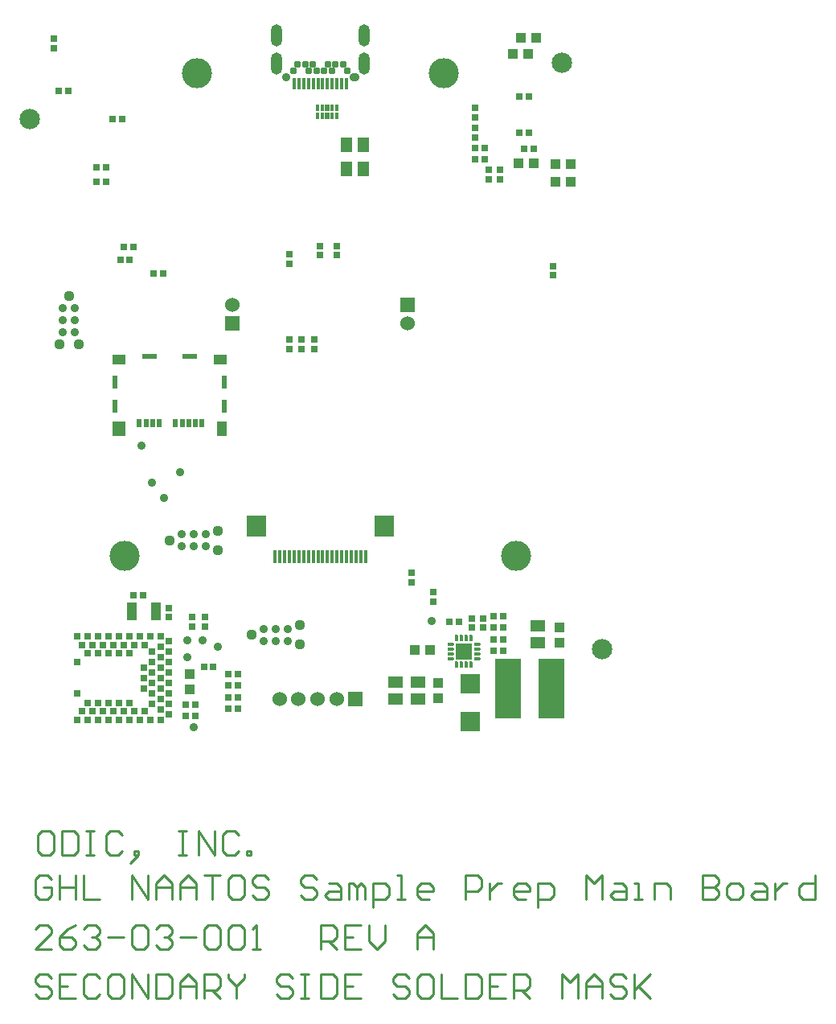
<source format=gbs>
G04*
G04 #@! TF.GenerationSoftware,Altium Limited,Altium Designer,24.9.1 (31)*
G04*
G04 Layer_Color=16711935*
%FSLAX44Y44*%
%MOMM*%
G71*
G04*
G04 #@! TF.SameCoordinates,6C7A866E-41A3-4D12-9BD4-ECE58917465C*
G04*
G04*
G04 #@! TF.FilePolarity,Negative*
G04*
G01*
G75*
%ADD18C,0.2540*%
%ADD69R,0.7270X0.7270*%
%ADD70R,0.7270X0.7270*%
%ADD79R,1.1270X1.0770*%
%ADD92R,1.0770X1.1270*%
%ADD98R,1.5770X1.2770*%
%ADD116C,2.1430*%
%ADD117C,1.1176*%
%ADD118O,1.2270X2.3270*%
%ADD119C,0.7770*%
%ADD120O,1.0770X0.8770*%
%ADD121C,0.8770*%
%ADD122C,1.5240*%
%ADD123R,1.5240X1.5240*%
%ADD124R,1.5240X1.5240*%
%ADD125C,3.1750*%
%ADD172C,0.8890*%
%ADD173R,1.2770X1.5770*%
%ADD174R,0.4270X1.2270*%
%ADD175C,0.9144*%
%ADD176R,1.4270X1.5270*%
%ADD177R,0.5270X1.3270*%
%ADD178R,1.0770X1.5270*%
%ADD179R,0.5770X0.8270*%
%ADD180R,1.4270X1.1270*%
%ADD181R,1.5270X0.5270*%
%ADD182R,2.8270X6.3270*%
%ADD183R,2.1336X2.1336*%
%ADD184R,0.6350X0.6350*%
%ADD185R,0.6350X0.6350*%
%ADD186R,1.1270X1.9270*%
%ADD187R,1.7870X1.7870*%
G04:AMPARAMS|DCode=188|XSize=0.727mm|YSize=0.367mm|CornerRadius=0.1235mm|HoleSize=0mm|Usage=FLASHONLY|Rotation=270.000|XOffset=0mm|YOffset=0mm|HoleType=Round|Shape=RoundedRectangle|*
%AMROUNDEDRECTD188*
21,1,0.7270,0.1200,0,0,270.0*
21,1,0.4800,0.3670,0,0,270.0*
1,1,0.2470,-0.0600,-0.2400*
1,1,0.2470,-0.0600,0.2400*
1,1,0.2470,0.0600,0.2400*
1,1,0.2470,0.0600,-0.2400*
%
%ADD188ROUNDEDRECTD188*%
G04:AMPARAMS|DCode=189|XSize=0.727mm|YSize=0.367mm|CornerRadius=0.1235mm|HoleSize=0mm|Usage=FLASHONLY|Rotation=0.000|XOffset=0mm|YOffset=0mm|HoleType=Round|Shape=RoundedRectangle|*
%AMROUNDEDRECTD189*
21,1,0.7270,0.1200,0,0,0.0*
21,1,0.4800,0.3670,0,0,0.0*
1,1,0.2470,0.2400,-0.0600*
1,1,0.2470,-0.2400,-0.0600*
1,1,0.2470,-0.2400,0.0600*
1,1,0.2470,0.2400,0.0600*
%
%ADD189ROUNDEDRECTD189*%
%ADD190R,0.3270X0.6770*%
%ADD191R,0.5270X0.6770*%
%ADD192R,2.1270X2.3270*%
%ADD193R,0.3770X1.4270*%
D18*
X42752Y-234021D02*
X38520Y-229788D01*
X30056D01*
X25824Y-234021D01*
Y-238253D01*
X30056Y-242484D01*
X38520D01*
X42752Y-246716D01*
Y-250948D01*
X38520Y-255180D01*
X30056D01*
X25824Y-250948D01*
X68144Y-229788D02*
X51216D01*
Y-255180D01*
X68144D01*
X51216Y-242484D02*
X59680D01*
X93536Y-234021D02*
X89304Y-229788D01*
X80840D01*
X76608Y-234021D01*
Y-250948D01*
X80840Y-255180D01*
X89304D01*
X93536Y-250948D01*
X114696Y-229788D02*
X106232D01*
X102000Y-234021D01*
Y-250948D01*
X106232Y-255180D01*
X114696D01*
X118927Y-250948D01*
Y-234021D01*
X114696Y-229788D01*
X127391Y-255180D02*
Y-229788D01*
X144319Y-255180D01*
Y-229788D01*
X152783D02*
Y-255180D01*
X165479D01*
X169711Y-250948D01*
Y-234021D01*
X165479Y-229788D01*
X152783D01*
X178175Y-255180D02*
Y-238253D01*
X186639Y-229788D01*
X195103Y-238253D01*
Y-255180D01*
Y-242484D01*
X178175D01*
X203567Y-255180D02*
Y-229788D01*
X216263D01*
X220495Y-234021D01*
Y-242484D01*
X216263Y-246716D01*
X203567D01*
X212031D02*
X220495Y-255180D01*
X228959Y-229788D02*
Y-234021D01*
X237423Y-242484D01*
X245886Y-234021D01*
Y-229788D01*
X237423Y-242484D02*
Y-255180D01*
X296670Y-234021D02*
X292438Y-229788D01*
X283974D01*
X279742Y-234021D01*
Y-238253D01*
X283974Y-242484D01*
X292438D01*
X296670Y-246716D01*
Y-250948D01*
X292438Y-255180D01*
X283974D01*
X279742Y-250948D01*
X305134Y-229788D02*
X313598D01*
X309366D01*
Y-255180D01*
X305134D01*
X313598D01*
X326294Y-229788D02*
Y-255180D01*
X338990D01*
X343222Y-250948D01*
Y-234021D01*
X338990Y-229788D01*
X326294D01*
X368613D02*
X351686D01*
Y-255180D01*
X368613D01*
X351686Y-242484D02*
X360149D01*
X419397Y-234021D02*
X415165Y-229788D01*
X406701D01*
X402469Y-234021D01*
Y-238253D01*
X406701Y-242484D01*
X415165D01*
X419397Y-246716D01*
Y-250948D01*
X415165Y-255180D01*
X406701D01*
X402469Y-250948D01*
X440557Y-229788D02*
X432093D01*
X427861Y-234021D01*
Y-250948D01*
X432093Y-255180D01*
X440557D01*
X444789Y-250948D01*
Y-234021D01*
X440557Y-229788D01*
X453253D02*
Y-255180D01*
X470181D01*
X478645Y-229788D02*
Y-255180D01*
X491340D01*
X495572Y-250948D01*
Y-234021D01*
X491340Y-229788D01*
X478645D01*
X520964D02*
X504036D01*
Y-255180D01*
X520964D01*
X504036Y-242484D02*
X512500D01*
X529428Y-255180D02*
Y-229788D01*
X542124D01*
X546356Y-234021D01*
Y-242484D01*
X542124Y-246716D01*
X529428D01*
X537892D02*
X546356Y-255180D01*
X580212D02*
Y-229788D01*
X588676Y-238253D01*
X597140Y-229788D01*
Y-255180D01*
X605603D02*
Y-238253D01*
X614067Y-229788D01*
X622531Y-238253D01*
Y-255180D01*
Y-242484D01*
X605603D01*
X647923Y-234021D02*
X643691Y-229788D01*
X635227D01*
X630995Y-234021D01*
Y-238253D01*
X635227Y-242484D01*
X643691D01*
X647923Y-246716D01*
Y-250948D01*
X643691Y-255180D01*
X635227D01*
X630995Y-250948D01*
X656387Y-229788D02*
Y-255180D01*
Y-246716D01*
X673315Y-229788D01*
X660619Y-242484D01*
X673315Y-255180D01*
X40860Y-78511D02*
X32396D01*
X28164Y-82743D01*
Y-99670D01*
X32396Y-103902D01*
X40860D01*
X45092Y-99670D01*
Y-82743D01*
X40860Y-78511D01*
X53556D02*
Y-103902D01*
X66252D01*
X70484Y-99670D01*
Y-82743D01*
X66252Y-78511D01*
X53556D01*
X78948D02*
X87412D01*
X83180D01*
Y-103902D01*
X78948D01*
X87412D01*
X117036Y-82743D02*
X112803Y-78511D01*
X104340D01*
X100108Y-82743D01*
Y-99670D01*
X104340Y-103902D01*
X112803D01*
X117036Y-99670D01*
X129731Y-108134D02*
X133963Y-103902D01*
Y-99670D01*
X129731D01*
Y-103902D01*
X133963D01*
X129731Y-108134D01*
X125499Y-112366D01*
X176283Y-78511D02*
X184747D01*
X180515D01*
Y-103902D01*
X176283D01*
X184747D01*
X197443D02*
Y-78511D01*
X214371Y-103902D01*
Y-78511D01*
X239762Y-82743D02*
X235530Y-78511D01*
X227067D01*
X222835Y-82743D01*
Y-99670D01*
X227067Y-103902D01*
X235530D01*
X239762Y-99670D01*
X248226Y-103902D02*
Y-99670D01*
X252458D01*
Y-103902D01*
X248226D01*
X42345Y-129868D02*
X38114Y-125636D01*
X29650D01*
X25418Y-129868D01*
Y-146796D01*
X29650Y-151028D01*
X38114D01*
X42345Y-146796D01*
Y-138332D01*
X33882D01*
X50809Y-125636D02*
Y-151028D01*
Y-138332D01*
X67737D01*
Y-125636D01*
Y-151028D01*
X76201Y-125636D02*
Y-151028D01*
X93129D01*
X126985D02*
Y-125636D01*
X143913Y-151028D01*
Y-125636D01*
X152377Y-151028D02*
Y-134100D01*
X160841Y-125636D01*
X169305Y-134100D01*
Y-151028D01*
Y-138332D01*
X152377D01*
X177768Y-151028D02*
Y-134100D01*
X186232Y-125636D01*
X194696Y-134100D01*
Y-151028D01*
Y-138332D01*
X177768D01*
X203160Y-125636D02*
X220088D01*
X211624D01*
Y-151028D01*
X241248Y-125636D02*
X232784D01*
X228552Y-129868D01*
Y-146796D01*
X232784Y-151028D01*
X241248D01*
X245480Y-146796D01*
Y-129868D01*
X241248Y-125636D01*
X270872Y-129868D02*
X266640Y-125636D01*
X258176D01*
X253944Y-129868D01*
Y-134100D01*
X258176Y-138332D01*
X266640D01*
X270872Y-142564D01*
Y-146796D01*
X266640Y-151028D01*
X258176D01*
X253944Y-146796D01*
X321655Y-129868D02*
X317423Y-125636D01*
X308959D01*
X304727Y-129868D01*
Y-134100D01*
X308959Y-138332D01*
X317423D01*
X321655Y-142564D01*
Y-146796D01*
X317423Y-151028D01*
X308959D01*
X304727Y-146796D01*
X334351Y-134100D02*
X342815D01*
X347047Y-138332D01*
Y-151028D01*
X334351D01*
X330119Y-146796D01*
X334351Y-142564D01*
X347047D01*
X355511Y-151028D02*
Y-134100D01*
X359743D01*
X363975Y-138332D01*
Y-151028D01*
Y-138332D01*
X368207Y-134100D01*
X372439Y-138332D01*
Y-151028D01*
X380903Y-159492D02*
Y-134100D01*
X393599D01*
X397831Y-138332D01*
Y-146796D01*
X393599Y-151028D01*
X380903D01*
X406295D02*
X414759D01*
X410527D01*
Y-125636D01*
X406295D01*
X440150Y-151028D02*
X431686D01*
X427454Y-146796D01*
Y-138332D01*
X431686Y-134100D01*
X440150D01*
X444382Y-138332D01*
Y-142564D01*
X427454D01*
X478238Y-151028D02*
Y-125636D01*
X490934D01*
X495166Y-129868D01*
Y-138332D01*
X490934Y-142564D01*
X478238D01*
X503630Y-134100D02*
Y-151028D01*
Y-142564D01*
X507862Y-138332D01*
X512094Y-134100D01*
X516326D01*
X541717Y-151028D02*
X533254D01*
X529022Y-146796D01*
Y-138332D01*
X533254Y-134100D01*
X541717D01*
X545950Y-138332D01*
Y-142564D01*
X529022D01*
X554413Y-159492D02*
Y-134100D01*
X567109D01*
X571341Y-138332D01*
Y-146796D01*
X567109Y-151028D01*
X554413D01*
X605197D02*
Y-125636D01*
X613661Y-134100D01*
X622125Y-125636D01*
Y-151028D01*
X634821Y-134100D02*
X643285D01*
X647517Y-138332D01*
Y-151028D01*
X634821D01*
X630589Y-146796D01*
X634821Y-142564D01*
X647517D01*
X655981Y-151028D02*
X664445D01*
X660213D01*
Y-134100D01*
X655981D01*
X677140Y-151028D02*
Y-134100D01*
X689836D01*
X694068Y-138332D01*
Y-151028D01*
X727924Y-125636D02*
Y-151028D01*
X740620D01*
X744852Y-146796D01*
Y-142564D01*
X740620Y-138332D01*
X727924D01*
X740620D01*
X744852Y-134100D01*
Y-129868D01*
X740620Y-125636D01*
X727924D01*
X757548Y-151028D02*
X766012D01*
X770244Y-146796D01*
Y-138332D01*
X766012Y-134100D01*
X757548D01*
X753316Y-138332D01*
Y-146796D01*
X757548Y-151028D01*
X782940Y-134100D02*
X791404D01*
X795636Y-138332D01*
Y-151028D01*
X782940D01*
X778708Y-146796D01*
X782940Y-142564D01*
X795636D01*
X804099Y-134100D02*
Y-151028D01*
Y-142564D01*
X808331Y-138332D01*
X812563Y-134100D01*
X816795D01*
X846419Y-125636D02*
Y-151028D01*
X833723D01*
X829491Y-146796D01*
Y-138332D01*
X833723Y-134100D01*
X846419D01*
X42732Y-203110D02*
X25804D01*
X42732Y-186182D01*
Y-181950D01*
X38500Y-177719D01*
X30036D01*
X25804Y-181950D01*
X68124Y-177719D02*
X59660Y-181950D01*
X51196Y-190415D01*
Y-198878D01*
X55428Y-203110D01*
X63892D01*
X68124Y-198878D01*
Y-194646D01*
X63892Y-190415D01*
X51196D01*
X76588Y-181950D02*
X80820Y-177719D01*
X89284D01*
X93516Y-181950D01*
Y-186182D01*
X89284Y-190415D01*
X85052D01*
X89284D01*
X93516Y-194646D01*
Y-198878D01*
X89284Y-203110D01*
X80820D01*
X76588Y-198878D01*
X101980Y-190415D02*
X118907D01*
X127371Y-181950D02*
X131603Y-177719D01*
X140067D01*
X144299Y-181950D01*
Y-198878D01*
X140067Y-203110D01*
X131603D01*
X127371Y-198878D01*
Y-181950D01*
X152763D02*
X156995Y-177719D01*
X165459D01*
X169691Y-181950D01*
Y-186182D01*
X165459Y-190415D01*
X161227D01*
X165459D01*
X169691Y-194646D01*
Y-198878D01*
X165459Y-203110D01*
X156995D01*
X152763Y-198878D01*
X178155Y-190415D02*
X195083D01*
X203547Y-181950D02*
X207779Y-177719D01*
X216243D01*
X220475Y-181950D01*
Y-198878D01*
X216243Y-203110D01*
X207779D01*
X203547Y-198878D01*
Y-181950D01*
X228939D02*
X233171Y-177719D01*
X241634D01*
X245866Y-181950D01*
Y-198878D01*
X241634Y-203110D01*
X233171D01*
X228939Y-198878D01*
Y-181950D01*
X254330Y-203110D02*
X262794D01*
X258562D01*
Y-177719D01*
X254330Y-181950D01*
X326274Y-203110D02*
Y-177719D01*
X338970D01*
X343202Y-181950D01*
Y-190415D01*
X338970Y-194646D01*
X326274D01*
X334738D02*
X343202Y-203110D01*
X368593Y-177719D02*
X351666D01*
Y-203110D01*
X368593D01*
X351666Y-190415D02*
X360130D01*
X377057Y-177719D02*
Y-194646D01*
X385521Y-203110D01*
X393985Y-194646D01*
Y-177719D01*
X427841Y-203110D02*
Y-186182D01*
X436305Y-177719D01*
X444769Y-186182D01*
Y-203110D01*
Y-190415D01*
X427841D01*
D69*
X125000Y522500D02*
D03*
X115000D02*
D03*
X119000Y536000D02*
D03*
X129000D02*
D03*
X150000Y507500D02*
D03*
X160000D02*
D03*
X472000Y141000D02*
D03*
X462000D02*
D03*
X90000Y604000D02*
D03*
X100000D02*
D03*
X90000Y620000D02*
D03*
X100000D02*
D03*
X508000Y135000D02*
D03*
X518000D02*
D03*
X499000Y628000D02*
D03*
X489000D02*
D03*
Y640000D02*
D03*
X499000D02*
D03*
X508000Y147000D02*
D03*
X518000D02*
D03*
X508000Y123000D02*
D03*
X518000D02*
D03*
X508000Y111000D02*
D03*
X518000D02*
D03*
X117000Y670000D02*
D03*
X107000D02*
D03*
X203000Y94000D02*
D03*
X213000D02*
D03*
X60000Y700000D02*
D03*
X50000D02*
D03*
X129000Y169000D02*
D03*
X139000D02*
D03*
X239000Y74000D02*
D03*
X229000D02*
D03*
X184000Y42000D02*
D03*
X194000D02*
D03*
X184000Y54000D02*
D03*
X194000D02*
D03*
X239000Y50000D02*
D03*
X229000D02*
D03*
X239000Y62000D02*
D03*
X229000D02*
D03*
X239000Y86000D02*
D03*
X229000D02*
D03*
X550312Y638688D02*
D03*
X540312D02*
D03*
X535312Y655688D02*
D03*
X545312D02*
D03*
X535312Y693688D02*
D03*
X545312D02*
D03*
D70*
X319000Y438000D02*
D03*
Y428000D02*
D03*
X306000Y438000D02*
D03*
Y428000D02*
D03*
X293000Y438000D02*
D03*
Y428000D02*
D03*
X445000Y172500D02*
D03*
Y162500D02*
D03*
X204000Y146000D02*
D03*
Y136000D02*
D03*
X515000Y617000D02*
D03*
Y607000D02*
D03*
X503000Y617000D02*
D03*
Y607000D02*
D03*
X489000Y651000D02*
D03*
Y661000D02*
D03*
Y672000D02*
D03*
Y682000D02*
D03*
X497000Y135000D02*
D03*
Y145000D02*
D03*
X191000Y136000D02*
D03*
Y146000D02*
D03*
X485000Y135000D02*
D03*
Y145000D02*
D03*
X325000Y537000D02*
D03*
Y527000D02*
D03*
X343000Y537000D02*
D03*
Y527000D02*
D03*
X293000Y518000D02*
D03*
Y528000D02*
D03*
X45000Y755000D02*
D03*
Y745000D02*
D03*
X166000Y146000D02*
D03*
Y156000D02*
D03*
X571000Y505725D02*
D03*
Y515725D02*
D03*
X422000Y193000D02*
D03*
Y183000D02*
D03*
D79*
X188000Y86000D02*
D03*
Y70000D02*
D03*
X578000Y119000D02*
D03*
Y135000D02*
D03*
X450000Y61000D02*
D03*
Y77000D02*
D03*
D92*
X537000Y756000D02*
D03*
X553000D02*
D03*
X441000Y112000D02*
D03*
X425000D02*
D03*
X544313Y738688D02*
D03*
X528313D02*
D03*
X550313Y623688D02*
D03*
X534313D02*
D03*
X573312Y604688D02*
D03*
X589313D02*
D03*
X573312Y622688D02*
D03*
X589313D02*
D03*
D98*
X429000Y60000D02*
D03*
Y78000D02*
D03*
X555000Y137000D02*
D03*
Y119000D02*
D03*
X405000Y78000D02*
D03*
Y60000D02*
D03*
D116*
X20000Y670000D02*
D03*
X580000Y730000D02*
D03*
X622500Y112500D02*
D03*
D117*
X217400Y237160D02*
D03*
Y216840D02*
D03*
X166600Y227000D02*
D03*
X253300Y127350D02*
D03*
X304100Y117190D02*
D03*
Y137510D02*
D03*
X71160Y433600D02*
D03*
X50840D02*
D03*
X61000Y484400D02*
D03*
D118*
X371700Y758500D02*
D03*
X279700D02*
D03*
X371700Y728500D02*
D03*
X279700D02*
D03*
D119*
X297700Y721000D02*
D03*
X301700Y728000D02*
D03*
X309700D02*
D03*
X313700Y721000D02*
D03*
X317700Y728000D02*
D03*
X321700Y721000D02*
D03*
X329700D02*
D03*
X333700Y728000D02*
D03*
X337700Y721000D02*
D03*
X341700Y728000D02*
D03*
X349700D02*
D03*
X353700Y721000D02*
D03*
D120*
X361700Y714500D02*
D03*
D121*
X289700D02*
D03*
D122*
X282658Y59750D02*
D03*
X342658D02*
D03*
X322658D02*
D03*
X302658D02*
D03*
X418000Y455000D02*
D03*
X233000Y475000D02*
D03*
D123*
X362658Y59750D02*
D03*
D124*
X418000Y475000D02*
D03*
X233000Y455000D02*
D03*
D125*
X195897Y718820D02*
D03*
X455612D02*
D03*
X532130Y210820D02*
D03*
X119380D02*
D03*
D172*
X161000Y272000D02*
D03*
X443000Y142000D02*
D03*
X192000Y30000D02*
D03*
X178000Y299000D02*
D03*
X137500Y326250D02*
D03*
X148000Y288000D02*
D03*
X218000Y115000D02*
D03*
X202000Y122000D02*
D03*
X186000D02*
D03*
Y104000D02*
D03*
D173*
X371000Y618000D02*
D03*
X353000D02*
D03*
X371000Y643000D02*
D03*
X353000D02*
D03*
D174*
X323200Y707900D02*
D03*
X328200D02*
D03*
X353200D02*
D03*
X348200D02*
D03*
X343200D02*
D03*
X338200D02*
D03*
X333200D02*
D03*
X318200D02*
D03*
X313200D02*
D03*
X308200D02*
D03*
X303200D02*
D03*
X298200D02*
D03*
D175*
X179300Y233350D02*
D03*
Y220650D02*
D03*
X204700Y233350D02*
D03*
Y220650D02*
D03*
X192000Y233350D02*
D03*
Y220650D02*
D03*
X278700Y121000D02*
D03*
Y133700D02*
D03*
X291400Y121000D02*
D03*
Y133700D02*
D03*
X266000Y121000D02*
D03*
Y133700D02*
D03*
X67350Y471700D02*
D03*
X54650D02*
D03*
X67350Y446300D02*
D03*
X54650D02*
D03*
X67350Y459000D02*
D03*
X54650D02*
D03*
D176*
X114000Y344700D02*
D03*
D177*
X109500Y367700D02*
D03*
Y393700D02*
D03*
X224500D02*
D03*
Y367700D02*
D03*
D178*
X221750Y344700D02*
D03*
D179*
X135200Y350100D02*
D03*
X142200D02*
D03*
X149200D02*
D03*
X156200D02*
D03*
X201200D02*
D03*
X173200D02*
D03*
X180200D02*
D03*
X194200D02*
D03*
X187200D02*
D03*
D180*
X114000Y417300D02*
D03*
X220000D02*
D03*
D181*
X145900Y420300D02*
D03*
X188400D02*
D03*
D182*
X523000Y71000D02*
D03*
X569000D02*
D03*
D183*
X484000Y76066D02*
D03*
Y35934D02*
D03*
D184*
X148500Y76500D02*
D03*
Y87500D02*
D03*
Y98500D02*
D03*
X157500Y71000D02*
D03*
Y82000D02*
D03*
Y93000D02*
D03*
X148500Y54500D02*
D03*
Y65500D02*
D03*
X139500Y71000D02*
D03*
Y82000D02*
D03*
X157500Y49000D02*
D03*
Y60000D02*
D03*
Y104000D02*
D03*
Y115000D02*
D03*
X139500Y93000D02*
D03*
X148500Y109500D02*
D03*
X166500Y43500D02*
D03*
Y54500D02*
D03*
Y65500D02*
D03*
Y76500D02*
D03*
Y87500D02*
D03*
Y98500D02*
D03*
Y109500D02*
D03*
Y120500D02*
D03*
D185*
X69500Y65500D02*
D03*
Y98500D02*
D03*
X124500Y108000D02*
D03*
X113500D02*
D03*
X102500D02*
D03*
X91500D02*
D03*
X80500D02*
D03*
X141000Y117000D02*
D03*
X130000D02*
D03*
X119000D02*
D03*
X108000D02*
D03*
X97000D02*
D03*
X86000D02*
D03*
X75000D02*
D03*
X80500Y56000D02*
D03*
X91500D02*
D03*
X102500D02*
D03*
X113500D02*
D03*
X124500D02*
D03*
X75000Y47000D02*
D03*
X86000D02*
D03*
X97000D02*
D03*
X108000D02*
D03*
X119000D02*
D03*
X130000D02*
D03*
X141000D02*
D03*
X69500Y38000D02*
D03*
X80500D02*
D03*
X91500D02*
D03*
X102500D02*
D03*
X113500D02*
D03*
X124500D02*
D03*
X135500D02*
D03*
X146500D02*
D03*
X157500D02*
D03*
Y126000D02*
D03*
X146500D02*
D03*
X135500D02*
D03*
X124500D02*
D03*
X113500D02*
D03*
X102500D02*
D03*
X91500D02*
D03*
X80500D02*
D03*
X69500D02*
D03*
D186*
X127500Y152000D02*
D03*
X152500D02*
D03*
D187*
X477000Y110000D02*
D03*
D188*
X469500Y96000D02*
D03*
X474500D02*
D03*
X479500D02*
D03*
X484500D02*
D03*
Y124000D02*
D03*
X479500D02*
D03*
X474500D02*
D03*
X469500D02*
D03*
D189*
X491000Y102500D02*
D03*
Y107500D02*
D03*
Y112500D02*
D03*
Y117500D02*
D03*
X463000D02*
D03*
Y112500D02*
D03*
Y107500D02*
D03*
Y102500D02*
D03*
D190*
X323000Y673500D02*
D03*
X328000D02*
D03*
X338000D02*
D03*
X343000D02*
D03*
Y682000D02*
D03*
X338000D02*
D03*
X328000D02*
D03*
X323000D02*
D03*
D191*
X333000Y673500D02*
D03*
Y682000D02*
D03*
D192*
X258250Y242222D02*
D03*
X393250D02*
D03*
D193*
X373250Y209710D02*
D03*
X368250D02*
D03*
X363250D02*
D03*
X358250D02*
D03*
X353250D02*
D03*
X348250D02*
D03*
X343250D02*
D03*
X338250D02*
D03*
X333250D02*
D03*
X328250D02*
D03*
X323250D02*
D03*
X318250D02*
D03*
X313250D02*
D03*
X308250D02*
D03*
X303250D02*
D03*
X298250D02*
D03*
X293250D02*
D03*
X288250D02*
D03*
X283250D02*
D03*
X278250D02*
D03*
M02*

</source>
